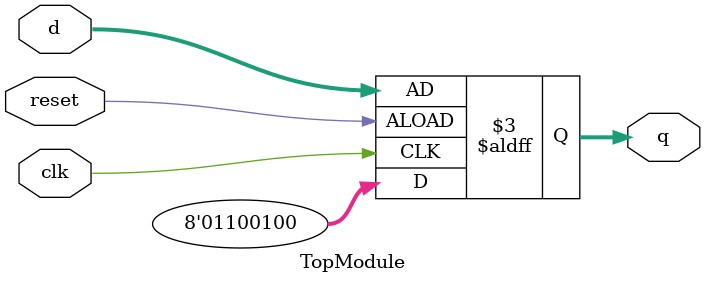
<source format=sv>

module TopModule (
  input wire clk,
  input wire reset,
  input [7:0] d,
  output reg [7:0] q
);

always @(posedge clk or negedge reset) begin
  if (reset)
    q <= 8'b0110_0100; // Setting initial value to 0x34
  else
    q <= d; // Assigning the value of 'd' when reset is not active
end

assign q[7] = ~q[7]; // Inverting the most significant bit (MSB) for active high reset

endmodule

// VERILOG-EVAL: errant inclusion of module definition

</source>
